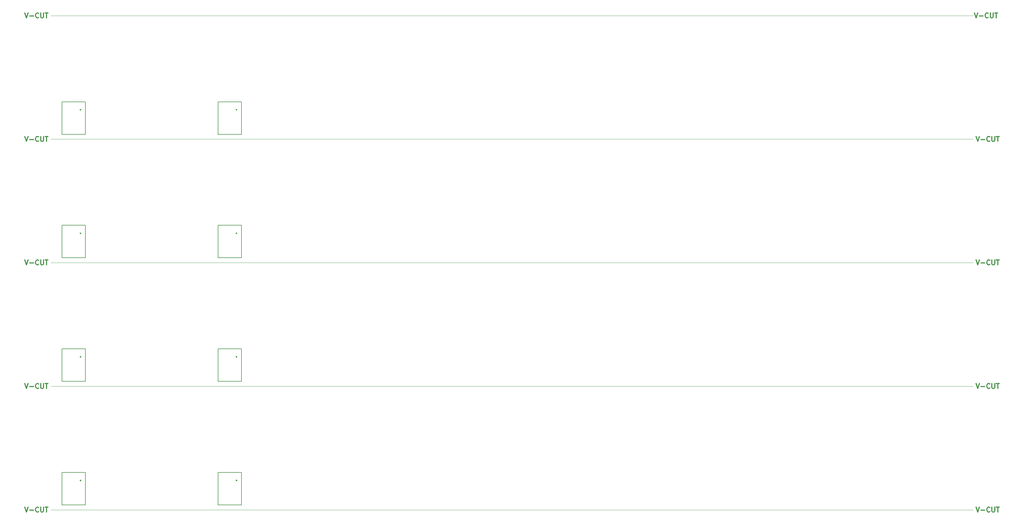
<source format=gbr>
G04 #@! TF.FileFunction,Other,ECO2*
%FSLAX46Y46*%
G04 Gerber Fmt 4.6, Leading zero omitted, Abs format (unit mm)*
G04 Created by KiCad (PCBNEW 4.0.2-stable) date 2020-03-03 5:11:40 PM*
%MOMM*%
G01*
G04 APERTURE LIST*
%ADD10C,0.200000*%
%ADD11C,0.300000*%
%ADD12C,0.100000*%
%ADD13C,0.127000*%
%ADD14C,0.350000*%
G04 APERTURE END LIST*
D10*
D11*
X1964286Y-208678571D02*
X2464286Y-210178571D01*
X2964286Y-208678571D01*
X3464286Y-209607143D02*
X4607143Y-209607143D01*
X6178572Y-210035714D02*
X6107143Y-210107143D01*
X5892857Y-210178571D01*
X5750000Y-210178571D01*
X5535715Y-210107143D01*
X5392857Y-209964286D01*
X5321429Y-209821429D01*
X5250000Y-209535714D01*
X5250000Y-209321429D01*
X5321429Y-209035714D01*
X5392857Y-208892857D01*
X5535715Y-208750000D01*
X5750000Y-208678571D01*
X5892857Y-208678571D01*
X6107143Y-208750000D01*
X6178572Y-208821429D01*
X6821429Y-208678571D02*
X6821429Y-209892857D01*
X6892857Y-210035714D01*
X6964286Y-210107143D01*
X7107143Y-210178571D01*
X7392857Y-210178571D01*
X7535715Y-210107143D01*
X7607143Y-210035714D01*
X7678572Y-209892857D01*
X7678572Y-208678571D01*
X8178572Y-208678571D02*
X9035715Y-208678571D01*
X8607144Y-210178571D02*
X8607144Y-208678571D01*
X1964286Y-132678571D02*
X2464286Y-134178571D01*
X2964286Y-132678571D01*
X3464286Y-133607143D02*
X4607143Y-133607143D01*
X6178572Y-134035714D02*
X6107143Y-134107143D01*
X5892857Y-134178571D01*
X5750000Y-134178571D01*
X5535715Y-134107143D01*
X5392857Y-133964286D01*
X5321429Y-133821429D01*
X5250000Y-133535714D01*
X5250000Y-133321429D01*
X5321429Y-133035714D01*
X5392857Y-132892857D01*
X5535715Y-132750000D01*
X5750000Y-132678571D01*
X5892857Y-132678571D01*
X6107143Y-132750000D01*
X6178572Y-132821429D01*
X6821429Y-132678571D02*
X6821429Y-133892857D01*
X6892857Y-134035714D01*
X6964286Y-134107143D01*
X7107143Y-134178571D01*
X7392857Y-134178571D01*
X7535715Y-134107143D01*
X7607143Y-134035714D01*
X7678572Y-133892857D01*
X7678572Y-132678571D01*
X8178572Y-132678571D02*
X9035715Y-132678571D01*
X8607144Y-134178571D02*
X8607144Y-132678571D01*
X1964286Y-94678571D02*
X2464286Y-96178571D01*
X2964286Y-94678571D01*
X3464286Y-95607143D02*
X4607143Y-95607143D01*
X6178572Y-96035714D02*
X6107143Y-96107143D01*
X5892857Y-96178571D01*
X5750000Y-96178571D01*
X5535715Y-96107143D01*
X5392857Y-95964286D01*
X5321429Y-95821429D01*
X5250000Y-95535714D01*
X5250000Y-95321429D01*
X5321429Y-95035714D01*
X5392857Y-94892857D01*
X5535715Y-94750000D01*
X5750000Y-94678571D01*
X5892857Y-94678571D01*
X6107143Y-94750000D01*
X6178572Y-94821429D01*
X6821429Y-94678571D02*
X6821429Y-95892857D01*
X6892857Y-96035714D01*
X6964286Y-96107143D01*
X7107143Y-96178571D01*
X7392857Y-96178571D01*
X7535715Y-96107143D01*
X7607143Y-96035714D01*
X7678572Y-95892857D01*
X7678572Y-94678571D01*
X8178572Y-94678571D02*
X9035715Y-94678571D01*
X8607144Y-96178571D02*
X8607144Y-94678571D01*
X1964286Y-56678571D02*
X2464286Y-58178571D01*
X2964286Y-56678571D01*
X3464286Y-57607143D02*
X4607143Y-57607143D01*
X6178572Y-58035714D02*
X6107143Y-58107143D01*
X5892857Y-58178571D01*
X5750000Y-58178571D01*
X5535715Y-58107143D01*
X5392857Y-57964286D01*
X5321429Y-57821429D01*
X5250000Y-57535714D01*
X5250000Y-57321429D01*
X5321429Y-57035714D01*
X5392857Y-56892857D01*
X5535715Y-56750000D01*
X5750000Y-56678571D01*
X5892857Y-56678571D01*
X6107143Y-56750000D01*
X6178572Y-56821429D01*
X6821429Y-56678571D02*
X6821429Y-57892857D01*
X6892857Y-58035714D01*
X6964286Y-58107143D01*
X7107143Y-58178571D01*
X7392857Y-58178571D01*
X7535715Y-58107143D01*
X7607143Y-58035714D01*
X7678572Y-57892857D01*
X7678572Y-56678571D01*
X8178572Y-56678571D02*
X9035715Y-56678571D01*
X8607144Y-58178571D02*
X8607144Y-56678571D01*
X1964286Y-170678571D02*
X2464286Y-172178571D01*
X2964286Y-170678571D01*
X3464286Y-171607143D02*
X4607143Y-171607143D01*
X6178572Y-172035714D02*
X6107143Y-172107143D01*
X5892857Y-172178571D01*
X5750000Y-172178571D01*
X5535715Y-172107143D01*
X5392857Y-171964286D01*
X5321429Y-171821429D01*
X5250000Y-171535714D01*
X5250000Y-171321429D01*
X5321429Y-171035714D01*
X5392857Y-170892857D01*
X5535715Y-170750000D01*
X5750000Y-170678571D01*
X5892857Y-170678571D01*
X6107143Y-170750000D01*
X6178572Y-170821429D01*
X6821429Y-170678571D02*
X6821429Y-171892857D01*
X6892857Y-172035714D01*
X6964286Y-172107143D01*
X7107143Y-172178571D01*
X7392857Y-172178571D01*
X7535715Y-172107143D01*
X7607143Y-172035714D01*
X7678572Y-171892857D01*
X7678572Y-170678571D01*
X8178572Y-170678571D02*
X9035715Y-170678571D01*
X8607144Y-172178571D02*
X8607144Y-170678571D01*
X294464286Y-208678571D02*
X294964286Y-210178571D01*
X295464286Y-208678571D01*
X295964286Y-209607143D02*
X297107143Y-209607143D01*
X298678572Y-210035714D02*
X298607143Y-210107143D01*
X298392857Y-210178571D01*
X298250000Y-210178571D01*
X298035715Y-210107143D01*
X297892857Y-209964286D01*
X297821429Y-209821429D01*
X297750000Y-209535714D01*
X297750000Y-209321429D01*
X297821429Y-209035714D01*
X297892857Y-208892857D01*
X298035715Y-208750000D01*
X298250000Y-208678571D01*
X298392857Y-208678571D01*
X298607143Y-208750000D01*
X298678572Y-208821429D01*
X299321429Y-208678571D02*
X299321429Y-209892857D01*
X299392857Y-210035714D01*
X299464286Y-210107143D01*
X299607143Y-210178571D01*
X299892857Y-210178571D01*
X300035715Y-210107143D01*
X300107143Y-210035714D01*
X300178572Y-209892857D01*
X300178572Y-208678571D01*
X300678572Y-208678571D02*
X301535715Y-208678571D01*
X301107144Y-210178571D02*
X301107144Y-208678571D01*
X294464286Y-170678571D02*
X294964286Y-172178571D01*
X295464286Y-170678571D01*
X295964286Y-171607143D02*
X297107143Y-171607143D01*
X298678572Y-172035714D02*
X298607143Y-172107143D01*
X298392857Y-172178571D01*
X298250000Y-172178571D01*
X298035715Y-172107143D01*
X297892857Y-171964286D01*
X297821429Y-171821429D01*
X297750000Y-171535714D01*
X297750000Y-171321429D01*
X297821429Y-171035714D01*
X297892857Y-170892857D01*
X298035715Y-170750000D01*
X298250000Y-170678571D01*
X298392857Y-170678571D01*
X298607143Y-170750000D01*
X298678572Y-170821429D01*
X299321429Y-170678571D02*
X299321429Y-171892857D01*
X299392857Y-172035714D01*
X299464286Y-172107143D01*
X299607143Y-172178571D01*
X299892857Y-172178571D01*
X300035715Y-172107143D01*
X300107143Y-172035714D01*
X300178572Y-171892857D01*
X300178572Y-170678571D01*
X300678572Y-170678571D02*
X301535715Y-170678571D01*
X301107144Y-172178571D02*
X301107144Y-170678571D01*
X294464286Y-132678571D02*
X294964286Y-134178571D01*
X295464286Y-132678571D01*
X295964286Y-133607143D02*
X297107143Y-133607143D01*
X298678572Y-134035714D02*
X298607143Y-134107143D01*
X298392857Y-134178571D01*
X298250000Y-134178571D01*
X298035715Y-134107143D01*
X297892857Y-133964286D01*
X297821429Y-133821429D01*
X297750000Y-133535714D01*
X297750000Y-133321429D01*
X297821429Y-133035714D01*
X297892857Y-132892857D01*
X298035715Y-132750000D01*
X298250000Y-132678571D01*
X298392857Y-132678571D01*
X298607143Y-132750000D01*
X298678572Y-132821429D01*
X299321429Y-132678571D02*
X299321429Y-133892857D01*
X299392857Y-134035714D01*
X299464286Y-134107143D01*
X299607143Y-134178571D01*
X299892857Y-134178571D01*
X300035715Y-134107143D01*
X300107143Y-134035714D01*
X300178572Y-133892857D01*
X300178572Y-132678571D01*
X300678572Y-132678571D02*
X301535715Y-132678571D01*
X301107144Y-134178571D02*
X301107144Y-132678571D01*
X294464286Y-94678571D02*
X294964286Y-96178571D01*
X295464286Y-94678571D01*
X295964286Y-95607143D02*
X297107143Y-95607143D01*
X298678572Y-96035714D02*
X298607143Y-96107143D01*
X298392857Y-96178571D01*
X298250000Y-96178571D01*
X298035715Y-96107143D01*
X297892857Y-95964286D01*
X297821429Y-95821429D01*
X297750000Y-95535714D01*
X297750000Y-95321429D01*
X297821429Y-95035714D01*
X297892857Y-94892857D01*
X298035715Y-94750000D01*
X298250000Y-94678571D01*
X298392857Y-94678571D01*
X298607143Y-94750000D01*
X298678572Y-94821429D01*
X299321429Y-94678571D02*
X299321429Y-95892857D01*
X299392857Y-96035714D01*
X299464286Y-96107143D01*
X299607143Y-96178571D01*
X299892857Y-96178571D01*
X300035715Y-96107143D01*
X300107143Y-96035714D01*
X300178572Y-95892857D01*
X300178572Y-94678571D01*
X300678572Y-94678571D02*
X301535715Y-94678571D01*
X301107144Y-96178571D02*
X301107144Y-94678571D01*
X293964286Y-56678571D02*
X294464286Y-58178571D01*
X294964286Y-56678571D01*
X295464286Y-57607143D02*
X296607143Y-57607143D01*
X298178572Y-58035714D02*
X298107143Y-58107143D01*
X297892857Y-58178571D01*
X297750000Y-58178571D01*
X297535715Y-58107143D01*
X297392857Y-57964286D01*
X297321429Y-57821429D01*
X297250000Y-57535714D01*
X297250000Y-57321429D01*
X297321429Y-57035714D01*
X297392857Y-56892857D01*
X297535715Y-56750000D01*
X297750000Y-56678571D01*
X297892857Y-56678571D01*
X298107143Y-56750000D01*
X298178572Y-56821429D01*
X298821429Y-56678571D02*
X298821429Y-57892857D01*
X298892857Y-58035714D01*
X298964286Y-58107143D01*
X299107143Y-58178571D01*
X299392857Y-58178571D01*
X299535715Y-58107143D01*
X299607143Y-58035714D01*
X299678572Y-57892857D01*
X299678572Y-56678571D01*
X300178572Y-56678571D02*
X301035715Y-56678571D01*
X300607144Y-58178571D02*
X300607144Y-56678571D01*
D12*
X293500000Y-209500000D02*
X10000000Y-209500000D01*
X293500000Y-171500000D02*
X10000000Y-171500000D01*
X293500000Y-133500000D02*
X10000000Y-133500000D01*
X293500000Y-57500000D02*
X10000000Y-57500000D01*
X293500000Y-95500000D02*
X10000000Y-95500000D01*
D13*
X68542000Y-208000000D02*
X68542000Y-198000000D01*
X68542000Y-198000000D02*
X61342000Y-198000000D01*
X61342000Y-198000000D02*
X61342000Y-208000000D01*
X61342000Y-208000000D02*
X68542000Y-208000000D01*
D14*
X67122000Y-200460000D02*
G75*
G03X67122000Y-200460000I-100000J0D01*
G01*
D13*
X68542000Y-170000000D02*
X68542000Y-160000000D01*
X68542000Y-160000000D02*
X61342000Y-160000000D01*
X61342000Y-160000000D02*
X61342000Y-170000000D01*
X61342000Y-170000000D02*
X68542000Y-170000000D01*
D14*
X67122000Y-162460000D02*
G75*
G03X67122000Y-162460000I-100000J0D01*
G01*
D13*
X20592000Y-208000000D02*
X20592000Y-198000000D01*
X20592000Y-198000000D02*
X13392000Y-198000000D01*
X13392000Y-198000000D02*
X13392000Y-208000000D01*
X13392000Y-208000000D02*
X20592000Y-208000000D01*
D14*
X19172000Y-200460000D02*
G75*
G03X19172000Y-200460000I-100000J0D01*
G01*
D13*
X20592000Y-170000000D02*
X20592000Y-160000000D01*
X20592000Y-160000000D02*
X13392000Y-160000000D01*
X13392000Y-160000000D02*
X13392000Y-170000000D01*
X13392000Y-170000000D02*
X20592000Y-170000000D01*
D14*
X19172000Y-162460000D02*
G75*
G03X19172000Y-162460000I-100000J0D01*
G01*
D13*
X20592000Y-132000000D02*
X20592000Y-122000000D01*
X20592000Y-122000000D02*
X13392000Y-122000000D01*
X13392000Y-122000000D02*
X13392000Y-132000000D01*
X13392000Y-132000000D02*
X20592000Y-132000000D01*
D14*
X19172000Y-124460000D02*
G75*
G03X19172000Y-124460000I-100000J0D01*
G01*
D13*
X68542000Y-132000000D02*
X68542000Y-122000000D01*
X68542000Y-122000000D02*
X61342000Y-122000000D01*
X61342000Y-122000000D02*
X61342000Y-132000000D01*
X61342000Y-132000000D02*
X68542000Y-132000000D01*
D14*
X67122000Y-124460000D02*
G75*
G03X67122000Y-124460000I-100000J0D01*
G01*
D13*
X68542000Y-94000000D02*
X68542000Y-84000000D01*
X68542000Y-84000000D02*
X61342000Y-84000000D01*
X61342000Y-84000000D02*
X61342000Y-94000000D01*
X61342000Y-94000000D02*
X68542000Y-94000000D01*
D14*
X67122000Y-86460000D02*
G75*
G03X67122000Y-86460000I-100000J0D01*
G01*
D13*
X20592000Y-94000000D02*
X20592000Y-84000000D01*
X20592000Y-84000000D02*
X13392000Y-84000000D01*
X13392000Y-84000000D02*
X13392000Y-94000000D01*
X13392000Y-94000000D02*
X20592000Y-94000000D01*
D14*
X19172000Y-86460000D02*
G75*
G03X19172000Y-86460000I-100000J0D01*
G01*
M02*

</source>
